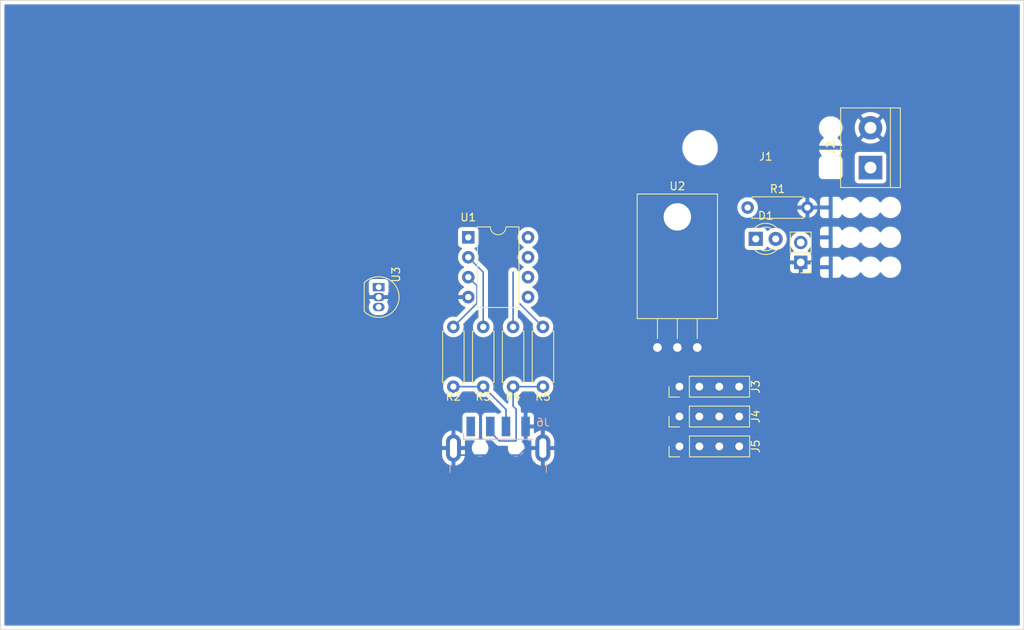
<source format=kicad_pcb>
(kicad_pcb (version 20211014) (generator pcbnew)
  (layers (0 "F.Cu" power) (31 "B.Cu" signal) (34 "B.Paste" user) (35 "F.Paste" user) (36 "B.SilkS" user "B.Silkscreen") (37 "F.SilkS" user "F.Silkscreen") (38 "B.Mask" user) (39 "F.Mask" user) (44 "Edge.Cuts" user))
  (net 0 "")
  (net 3 "Net-(U1-Pad3)")
  (net 4 "Net-(R2-Pad2)")
  (net 5 "Net-(J3-Pad3)")
  (net 6 "/GND")
  (net 7 "/6V")
  (net 8 "Net-(J4-Pad3)")
  (net 9 "Net-(J5-Pad3)")
  (net 10 "Net-(U1-Pad2)")
  (net 11 "Net-(U1-Pad7)")
  (net 12 "Net-(U1-Pad6)")
  (net 13 "Net-(D1-Pad1)")
  (net 14 "/5V")
  (net 15 "Net-(J6-Pad2)")
  (net 16 "Net-(J2-Pad1)")
  (footprint "Package_DIP:DIP-8_W7.62mm" (layer "F.Cu") (at 119.126 109.982)
    (fp_text reference "U1" (at -0.01 -2.55) (layer "F.SilkS"))
    (fp_text value "ATtiny13V-10P")
    (fp_line (start 2.81 -1.33) (end 1.16 -1.33) (layer "F.SilkS") (width 0.12))
    (fp_line (start 1.16 -1.33) (end 1.16 8.95) (layer "F.SilkS") (width 0.12))
    (fp_line (start 6.46 -1.33) (end 4.81 -1.33) (layer "F.SilkS") (width 0.12))
    (fp_line (start 6.46 8.95) (end 6.46 -1.33) (layer "F.SilkS") (width 0.12))
    (fp_line (start 1.16 8.95) (end 6.46 8.95) (layer "F.SilkS") (width 0.12))
    (fp_arc (start 4.81 -1.33) (mid 3.81 -0.33) (end 2.81 -1.33) (layer "F.SilkS") (width 0.12))
    (pad "1" thru_hole rect (at 0 0) (size 1.6 1.6) (drill 0.8) (layers *.Cu *.Mask))
    (pad "2" thru_hole oval (at 0 2.54) (size 1.6 1.6) (drill 0.8) (layers *.Cu *.Mask) (net 10 "Net-(U1-Pad2)"))
    (pad "3" thru_hole oval (at 0 5.08) (size 1.6 1.6) (drill 0.8) (layers *.Cu *.Mask) (net 3 "Net-(U1-Pad3)"))
    (pad "4" thru_hole oval (at 0 7.62) (size 1.6 1.6) (drill 0.8) (layers *.Cu *.Mask) (net 6 "/GND"))
    (pad "5" thru_hole oval (at 7.62 7.62) (size 1.6 1.6) (drill 0.8) (layers *.Cu *.Mask))
    (pad "6" thru_hole oval (at 7.62 5.08) (size 1.6 1.6) (drill 0.8) (layers *.Cu *.Mask) (net 12 "Net-(U1-Pad6)"))
    (pad "7" thru_hole oval (at 7.62 2.54) (size 1.6 1.6) (drill 0.8) (layers *.Cu *.Mask) (net 11 "Net-(U1-Pad7)"))
    (pad "8" thru_hole oval (at 7.62 0) (size 1.6 1.6) (drill 0.8) (layers *.Cu *.Mask) (net 14 "/5V"))
  )
  (footprint "Resistor_THT:R_Axial_DIN0207_L6.3mm_D2.5mm_P7.62mm_Horizontal" (layer "F.Cu") (at 117.221 121.412 -90)
    (fp_text reference "R2" (at 8.89 0) (layer "F.SilkS"))
    (fp_text value "R")
    (fp_line (start 0.54 1.04) (end 0.54 1.37) (layer "F.SilkS") (width 0.12))
    (fp_line (start 0.54 -1.37) (end 7.08 -1.37) (layer "F.SilkS") (width 0.12))
    (fp_line (start 7.08 -1.37) (end 7.08 -1.04) (layer "F.SilkS") (width 0.12))
    (fp_line (start 0.54 -1.04) (end 0.54 -1.37) (layer "F.SilkS") (width 0.12))
    (fp_line (start 0.54 1.37) (end 7.08 1.37) (layer "F.SilkS") (width 0.12))
    (fp_line (start 7.08 1.37) (end 7.08 1.04) (layer "F.SilkS") (width 0.12))
    (pad "1" thru_hole circle (at 0 0 270) (size 1.6 1.6) (drill 0.8) (layers *.Cu *.Mask) (net 3 "Net-(U1-Pad3)"))
    (pad "2" thru_hole oval (at 7.62 0 270) (size 1.6 1.6) (drill 0.8) (layers *.Cu *.Mask) (net 4 "Net-(R2-Pad2)"))
  )
  (footprint "Resistor_THT:R_Axial_DIN0207_L6.3mm_D2.5mm_P7.62mm_Horizontal" (layer "F.Cu") (at 128.651 121.412 -90)
    (fp_text reference "R5" (at 8.89 0) (layer "F.SilkS"))
    (fp_text value "R")
    (fp_line (start 0.54 -1.04) (end 0.54 -1.37) (layer "F.SilkS") (width 0.12))
    (fp_line (start 7.08 -1.37) (end 7.08 -1.04) (layer "F.SilkS") (width 0.12))
    (fp_line (start 7.08 1.37) (end 7.08 1.04) (layer "F.SilkS") (width 0.12))
    (fp_line (start 0.54 -1.37) (end 7.08 -1.37) (layer "F.SilkS") (width 0.12))
    (fp_line (start 0.54 1.04) (end 0.54 1.37) (layer "F.SilkS") (width 0.12))
    (fp_line (start 0.54 1.37) (end 7.08 1.37) (layer "F.SilkS") (width 0.12))
    (pad "1" thru_hole circle (at 0 0 270) (size 1.6 1.6) (drill 0.8) (layers *.Cu *.Mask) (net 12 "Net-(U1-Pad6)"))
    (pad "2" thru_hole oval (at 7.62 0 270) (size 1.6 1.6) (drill 0.8) (layers *.Cu *.Mask) (net 15 "Net-(J6-Pad2)"))
  )
  (footprint "Package_TO_SOT_THT:TO-92_Inline" (layer "F.Cu") (at 107.696 116.332 -90)
    (fp_text reference "U3" (at -1.592905 -2.210674 90) (layer "F.SilkS"))
    (fp_text value "L78L05_TO92")
    (fp_line (start -0.53 1.85) (end 3.07 1.85) (layer "F.SilkS") (width 0.12))
    (fp_arc (start -0.568478 1.838478) (mid -1.132087 -0.994977) (end 1.27 -2.6) (layer "F.SilkS") (width 0.12))
    (fp_arc (start 1.27 -2.6) (mid 3.672087 -0.994977) (end 3.108478 1.838478) (layer "F.SilkS") (width 0.12))
    (pad "1" thru_hole rect (at 0 0 270) (size 1.05 1.5) (drill 0.75) (layers *.Cu *.Mask) (net 14 "/5V"))
    (pad "2" thru_hole oval (at 1.27 0 270) (size 1.05 1.5) (drill 0.75) (layers *.Cu *.Mask) (net 6 "/GND"))
    (pad "3" thru_hole oval (at 2.54 0 270) (size 1.05 1.5) (drill 0.75) (layers *.Cu *.Mask) (net 16 "Net-(J2-Pad1)"))
  )
  (footprint "Connector_PinHeader_2.54mm:PinHeader_1x02_P2.54mm_Vertical" (layer "F.Cu") (at 161.534 113.182 180)
    (fp_text reference "J1" (at 4.46 13.5) (layer "F.SilkS"))
    (fp_text value "Conn_01x02_Male")
    (fp_line (start -1.33 3.87) (end 1.33 3.87) (layer "F.SilkS") (width 0.12))
    (fp_line (start -1.33 1.27) (end -1.33 3.87) (layer "F.SilkS") (width 0.12))
    (fp_line (start 1.33 1.27) (end 1.33 3.87) (layer "F.SilkS") (width 0.12))
    (fp_line (start -1.33 -1.33) (end 0 -1.33) (layer "F.SilkS") (width 0.12))
    (fp_line (start -1.33 0) (end -1.33 -1.33) (layer "F.SilkS") (width 0.12))
    (fp_line (start -1.33 1.27) (end 1.33 1.27) (layer "F.SilkS") (width 0.12))
    (pad "1" thru_hole rect (at 0 0 180) (size 1.7 1.7) (drill 1) (layers *.Cu *.Mask) (net 6 "/GND"))
    (pad "2" thru_hole oval (at 0 2.54 180) (size 1.7 1.7) (drill 1) (layers *.Cu *.Mask) (net 14 "/5V"))
  )
  (footprint "Connector_PinHeader_2.54mm:PinHeader_1x04_P2.54mm_Vertical" (layer "F.Cu") (at 146.07 136.652 90)
    (fp_text reference "J5" (at 0 9.71 90) (layer "F.SilkS"))
    (fp_text value "Conn_01x04_Male")
    (fp_line (start -1.33 8.95) (end 1.33 8.95) (layer "F.SilkS") (width 0.12))
    (fp_line (start -1.33 1.27) (end -1.33 8.95) (layer "F.SilkS") (width 0.12))
    (fp_line (start -1.33 0) (end -1.33 -1.33) (layer "F.SilkS") (width 0.12))
    (fp_line (start -1.33 1.27) (end 1.33 1.27) (layer "F.SilkS") (width 0.12))
    (fp_line (start 1.33 1.27) (end 1.33 8.95) (layer "F.SilkS") (width 0.12))
    (fp_line (start -1.33 -1.33) (end 0 -1.33) (layer "F.SilkS") (width 0.12))
    (pad "1" thru_hole rect (at 0 0 90) (size 1.7 1.7) (drill 1) (layers *.Cu *.Mask) (net 6 "/GND"))
    (pad "2" thru_hole oval (at 0 2.54 90) (size 1.7 1.7) (drill 1) (layers *.Cu *.Mask) (net 7 "/6V"))
    (pad "3" thru_hole oval (at 0 5.08 90) (size 1.7 1.7) (drill 1) (layers *.Cu *.Mask) (net 9 "Net-(J5-Pad3)"))
    (pad "4" thru_hole oval (at 0 7.62 90) (size 1.7 1.7) (drill 1) (layers *.Cu *.Mask) (net 9 "Net-(J5-Pad3)"))
  )
  (footprint "Resistor_THT:R_Axial_DIN0207_L6.3mm_D2.5mm_P7.62mm_Horizontal" (layer "F.Cu") (at 124.841 121.412 -90)
    (fp_text reference "R4" (at 8.89 0) (layer "F.SilkS"))
    (fp_text value "R")
    (fp_line (start 7.08 1.37) (end 7.08 1.04) (layer "F.SilkS") (width 0.12))
    (fp_line (start 0.54 1.04) (end 0.54 1.37) (layer "F.SilkS") (width 0.12))
    (fp_line (start 7.08 -1.37) (end 7.08 -1.04) (layer "F.SilkS") (width 0.12))
    (fp_line (start 0.54 1.37) (end 7.08 1.37) (layer "F.SilkS") (width 0.12))
    (fp_line (start 0.54 -1.04) (end 0.54 -1.37) (layer "F.SilkS") (width 0.12))
    (fp_line (start 0.54 -1.37) (end 7.08 -1.37) (layer "F.SilkS") (width 0.12))
    (pad "1" thru_hole circle (at 0 0 270) (size 1.6 1.6) (drill 0.8) (layers *.Cu *.Mask) (net 11 "Net-(U1-Pad7)"))
    (pad "2" thru_hole oval (at 7.62 0 270) (size 1.6 1.6) (drill 0.8) (layers *.Cu *.Mask) (net 15 "Net-(J6-Pad2)"))
  )
  (footprint "Connector_PinHeader_2.54mm:PinHeader_1x04_P2.54mm_Vertical" (layer "F.Cu") (at 146.06 132.842 90)
    (fp_text reference "J4" (at 0 9.72 90) (layer "F.SilkS"))
    (fp_text value "Conn_01x04_Male")
    (fp_line (start -1.33 1.27) (end 1.33 1.27) (layer "F.SilkS") (width 0.12))
    (fp_line (start -1.33 8.95) (end 1.33 8.95) (layer "F.SilkS") (width 0.12))
    (fp_line (start -1.33 0) (end -1.33 -1.33) (layer "F.SilkS") (width 0.12))
    (fp_line (start -1.33 1.27) (end -1.33 8.95) (layer "F.SilkS") (width 0.12))
    (fp_line (start -1.33 -1.33) (end 0 -1.33) (layer "F.SilkS") (width 0.12))
    (fp_line (start 1.33 1.27) (end 1.33 8.95) (layer "F.SilkS") (width 0.12))
    (pad "1" thru_hole rect (at 0 0 90) (size 1.7 1.7) (drill 1) (layers *.Cu *.Mask) (net 6 "/GND"))
    (pad "2" thru_hole oval (at 0 2.54 90) (size 1.7 1.7) (drill 1) (layers *.Cu *.Mask) (net 7 "/6V"))
    (pad "3" thru_hole oval (at 0 5.08 90) (size 1.7 1.7) (drill 1) (layers *.Cu *.Mask) (net 8 "Net-(J4-Pad3)"))
    (pad "4" thru_hole oval (at 0 7.62 90) (size 1.7 1.7) (drill 1) (layers *.Cu *.Mask) (net 8 "Net-(J4-Pad3)"))
  )
  (footprint "Resistor_THT:R_Axial_DIN0207_L6.3mm_D2.5mm_P7.62mm_Horizontal" (layer "F.Cu") (at 154.764 106.182)
    (fp_text reference "R1" (at 3.81 -2.37) (layer "F.SilkS"))
    (fp_text value "220")
    (fp_line (start 0.54 -1.37) (end 7.08 -1.37) (layer "F.SilkS") (width 0.12))
    (fp_line (start 7.08 1.37) (end 7.08 1.04) (layer "F.SilkS") (width 0.12))
    (fp_line (start 0.54 1.04) (end 0.54 1.37) (layer "F.SilkS") (width 0.12))
    (fp_line (start 0.54 -1.04) (end 0.54 -1.37) (layer "F.SilkS") (width 0.12))
    (fp_line (start 0.54 1.37) (end 7.08 1.37) (layer "F.SilkS") (width 0.12))
    (fp_line (start 7.08 -1.37) (end 7.08 -1.04) (layer "F.SilkS") (width 0.12))
    (pad "1" thru_hole circle (at 0 0) (size 1.6 1.6) (drill 0.8) (layers *.Cu *.Mask) (net 13 "Net-(D1-Pad1)"))
    (pad "2" thru_hole oval (at 7.62 0) (size 1.6 1.6) (drill 0.8) (layers *.Cu *.Mask) (net 6 "/GND"))
  )
  (footprint "Resistor_THT:R_Axial_DIN0207_L6.3mm_D2.5mm_P7.62mm_Horizontal" (layer "F.Cu") (at 121.031 121.412 -90)
    (fp_text reference "R3" (at 8.89 0) (layer "F.SilkS"))
    (fp_text value "R")
    (fp_line (start 0.54 -1.37) (end 7.08 -1.37) (layer "F.SilkS") (width 0.12))
    (fp_line (start 0.54 1.37) (end 7.08 1.37) (layer "F.SilkS") (width 0.12))
    (fp_line (start 7.08 1.37) (end 7.08 1.04) (layer "F.SilkS") (width 0.12))
    (fp_line (start 7.08 -1.37) (end 7.08 -1.04) (layer "F.SilkS") (width 0.12))
    (fp_line (start 0.54 1.04) (end 0.54 1.37) (layer "F.SilkS") (width 0.12))
    (fp_line (start 0.54 -1.04) (end 0.54 -1.37) (layer "F.SilkS") (width 0.12))
    (pad "1" thru_hole circle (at 0 0 270) (size 1.6 1.6) (drill 0.8) (layers *.Cu *.Mask) (net 10 "Net-(U1-Pad2)"))
    (pad "2" thru_hole oval (at 7.62 0 270) (size 1.6 1.6) (drill 0.8) (layers *.Cu *.Mask) (net 4 "Net-(R2-Pad2)"))
  )
  (footprint "LED_THT:LED_D3.0mm" (layer "F.Cu") (at 155.799 110.182)
    (fp_text reference "D1" (at 1.27 -2.96) (layer "F.SilkS"))
    (fp_text value "LED")
    (fp_line (start -0.29 1.08) (end -0.29 1.236) (layer "F.SilkS") (width 0.12))
    (fp_line (start -0.29 -1.236) (end -0.29 -1.08) (layer "F.SilkS") (width 0.12))
    (fp_arc (start 2.31113 1.079837) (mid 1.270117 1.5) (end 0.229039 1.08) (layer "F.SilkS") (width 0.12))
    (fp_arc (start -0.29 -1.235516) (mid 1.366487 -1.987659) (end 2.942335 -1.078608) (layer "F.SilkS") (width 0.12))
    (fp_arc (start 2.942335 1.078608) (mid 1.366487 1.987659) (end -0.29 1.235516) (layer "F.SilkS") (width 0.12))
    (fp_arc (start 0.229039 -1.08) (mid 1.270117 -1.5) (end 2.31113 -1.079837) (layer "F.SilkS") (width 0.12))
    (pad "1" thru_hole rect (at 0 0) (size 1.8 1.8) (drill 0.9) (layers *.Cu *.Mask) (net 13 "Net-(D1-Pad1)"))
    (pad "2" thru_hole circle (at 2.54 0) (size 1.8 1.8) (drill 0.9) (layers *.Cu *.Mask) (net 14 "/5V"))
  )
  (footprint "Connector_PinHeader_2.54mm:PinHeader_1x04_P2.54mm_Vertical" (layer "F.Cu") (at 146.06 129.032 90)
    (fp_text reference "J3" (at -0.01 9.72 90) (layer "F.SilkS"))
    (fp_text value "Conn_01x04_Male")
    (fp_line (start -1.33 1.27) (end -1.33 8.95) (layer "F.SilkS") (width 0.12))
    (fp_line (start -1.33 1.27) (end 1.33 1.27) (layer "F.SilkS") (width 0.12))
    (fp_line (start -1.33 8.95) (end 1.33 8.95) (layer "F.SilkS") (width 0.12))
    (fp_line (start -1.33 0) (end -1.33 -1.33) (layer "F.SilkS") (width 0.12))
    (fp_line (start -1.33 -1.33) (end 0 -1.33) (layer "F.SilkS") (width 0.12))
    (fp_line (start 1.33 1.27) (end 1.33 8.95) (layer "F.SilkS") (width 0.12))
    (pad "1" thru_hole rect (at 0 0 90) (size 1.7 1.7) (drill 1) (layers *.Cu *.Mask) (net 6 "/GND"))
    (pad "2" thru_hole oval (at 0 2.54 90) (size 1.7 1.7) (drill 1) (layers *.Cu *.Mask) (net 7 "/6V"))
    (pad "3" thru_hole oval (at 0 5.08 90) (size 1.7 1.7) (drill 1) (layers *.Cu *.Mask) (net 5 "Net-(J3-Pad3)"))
    (pad "4" thru_hole oval (at 0 7.62 90) (size 1.7 1.7) (drill 1) (layers *.Cu *.Mask) (net 5 "Net-(J3-Pad3)"))
  )
  (footprint "TerminalBlock:TerminalBlock_bornier-2_P5.08mm" (layer "F.Cu") (at 170.434 101.092 90)
    (fp_text reference "J2" (at 2.54 -5.08 90) (layer "F.SilkS"))
    (fp_text value "Screw_Terminal_01x02")
    (fp_line (start 7.62 3.81) (end 7.62 -3.81) (layer "F.SilkS") (width 0.12))
    (fp_line (start -2.54 -3.81) (end -2.54 3.81) (layer "F.SilkS") (width 0.12))
    (fp_line (start 7.62 -3.81) (end -2.54 -3.81) (layer "F.SilkS") (width 0.12))
    (fp_line (start -2.54 3.81) (end 7.62 3.81) (layer "F.SilkS") (width 0.12))
    (fp_line (start 7.62 2.54) (end -2.54 2.54) (layer "F.SilkS") (width 0.12))
    (pad "1" thru_hole rect (at 0 0 90) (size 3 3) (drill 1.52) (layers *.Cu *.Mask) (net 16 "Net-(J2-Pad1)"))
    (pad "2" thru_hole circle (at 5.08 0 90) (size 3 3) (drill 1.52) (layers *.Cu *.Mask) (net 6 "/GND"))
  )
  (footprint "Package_TO_SOT_THT:TO-220-3_Horizontal_TabDown" (layer "F.Cu") (at 143.256 124.038)
    (fp_text reference "U2" (at 2.54 -20.58) (layer "F.SilkS"))
    (fp_text value "L7806CV")
    (fp_line (start 7.66 -19.58) (end 7.66 -3.69) (layer "F.SilkS") (width 0.12))
    (fp_line (start -2.58 -19.58) (end 7.66 -19.58) (layer "F.SilkS") (width 0.12))
    (fp_line (start -2.58 -19.58) (end -2.58 -3.69) (layer "F.SilkS") (width 0.12))
    (fp_line (start -2.58 -3.69) (end 7.66 -3.69) (layer "F.SilkS") (width 0.12))
    (fp_line (start 2.54 -3.69) (end 2.54 -1.15) (layer "F.SilkS") (width 0.12))
    (fp_line (start 0 -3.69) (end 0 -1.15) (layer "F.SilkS") (width 0.12))
    (fp_line (start 5.08 -3.69) (end 5.08 -1.15) (layer "F.SilkS") (width 0.12))
    (pad "" np_thru_hole oval (at 2.54 -16.66) (size 3.5 3.5) (drill 3.5) (layers *.Cu *.Mask))
    (pad "1" thru_hole rect (at 0 0) (size 1.905 2) (drill 1.1) (layers *.Cu *.Mask) (net 16 "Net-(J2-Pad1)"))
    (pad "2" thru_hole oval (at 2.54 0) (size 1.905 2) (drill 1.1) (layers *.Cu *.Mask) (net 6 "/GND"))
    (pad "3" thru_hole oval (at 5.08 0) (size 1.905 2) (drill 1.1) (layers *.Cu *.Mask) (net 7 "/6V"))
  )
  (footprint "Connector_USB:USB_A_CNCTech_1001-011-01101_Horizontal" (layer "B.Cu") (at 122.936 143.764 -90)
    (fp_text reference "J6" (at -10.16 -5.715) (layer "B.SilkS") (effects (justify mirror)))
    (fp_text value "USB_A")
    (fp_line (start -4.85 -6.145) (end -3.8 -6.145) (layer "B.SilkS") (width 0.12))
    (fp_line (start -4.85 6.145) (end -3.8 6.145) (layer "B.SilkS") (width 0.12))
    (fp_line (start -8.02 4.4) (end -8.02 -4.4) (layer "B.SilkS") (width 0.12))
    (fp_line (start -8.02 4.4) (end -8.775 4.4) (layer "B.SilkS") (width 0.12))
    (pad "" np_thru_hole circle (at -6.9 2.3 270) (size 1.1 1.1) (drill 1.1) (layers *.Cu *.Mask))
    (pad "" np_thru_hole circle (at -6.9 -2.3 270) (size 1.1 1.1) (drill 1.1) (layers *.Cu *.Mask))
    (pad "1" smd rect (at -9.65 3.5 270) (size 2.5 1.1) (layers "B.Cu" "B.Paste" "B.Mask") (net 16 "Net-(J2-Pad1)"))
    (pad "2" smd rect (at -9.65 1 270) (size 2.5 1.1) (layers "B.Cu" "B.Paste" "B.Mask") (net 15 "Net-(J6-Pad2)"))
    (pad "3" smd rect (at -9.65 -1 270) (size 2.5 1.1) (layers "B.Cu" "B.Paste" "B.Mask") (net 4 "Net-(R2-Pad2)"))
    (pad "4" smd rect (at -9.65 -3.5 270) (size 2.5 1.1) (layers "B.Cu" "B.Paste" "B.Mask") (net 6 "/GND"))
    (pad "5" thru_hole oval (at -6.9 5.7 270) (size 3.5 1.9) (drill oval 2.5 0.9) (layers *.Cu *.Mask) (net 6 "/GND"))
    (pad "5" thru_hole oval (at -6.9 -5.7 270) (size 3.5 1.9) (drill oval 2.5 0.9) (layers *.Cu *.Mask) (net 6 "/GND"))
  )
  (gr_rect (start 59.436 79.756) (end 189.992 160.02) (layer "Edge.Cuts") (width 0.1) (fill none))
  (segment (start 119.126 115.062) (end 120.225511 116.161511) (width 0.2) (layer "B.Cu") (net 3))
  (segment (start 120.225511 116.161511) (end 120.225511 118.407489) (width 0.2) (layer "B.Cu") (net 3))
  (segment (start 120.225511 118.407489) (end 117.221 121.412) (width 0.2) (layer "B.Cu") (net 3))
  (segment (start 123.936 131.937) (end 123.936 134.114) (width 0.2) (layer "B.Cu") (net 4))
  (segment (start 117.221 129.032) (end 121.031 129.032) (width 0.2) (layer "B.Cu") (net 4))
  (segment (start 121.031 129.032) (end 123.936 131.937) (width 0.2) (layer "B.Cu") (net 4))
  (segment (start 128.636 136.864) (end 126.508116 136.864) (width 0.2) (layer "B.Cu") (net 6))
  (segment (start 126.436 136.936116) (end 125.608595 137.763521) (width 0.2) (layer "B.Cu") (net 6))
  (segment (start 118.135521 137.763521) (end 117.236 136.864) (width 0.2) (layer "B.Cu") (net 6))
  (segment (start 126.436 134.114) (end 126.436 136.936116) (width 0.2) (layer "B.Cu") (net 6))
  (segment (start 125.608595 137.763521) (end 118.135521 137.763521) (width 0.2) (layer "B.Cu") (net 6))
  (segment (start 121.031 114.427) (end 121.031 121.412) (width 0.2) (layer "B.Cu") (net 10))
  (segment (start 119.126 112.522) (end 121.031 114.427) (width 0.2) (layer "B.Cu") (net 10))
  (segment (start 124.841 114.427) (end 124.841 121.412) (width 0.2) (layer "B.Cu") (net 11))
  (segment (start 128.651 121.412) (end 125.646489 118.407489) (width 0.2) (layer "B.Cu") (net 12))
  (segment (start 125.226795 131.906827) (end 124.841 131.521032) (width 0.2) (layer "B.Cu") (net 15))
  (segment (start 125.226795 135.885205) (end 125.147521 135.964479) (width 0.2) (layer "B.Cu") (net 15))
  (segment (start 124.841 129.032) (end 128.651 129.032) (width 0.2) (layer "B.Cu") (net 15))
  (segment (start 124.841 131.521032) (end 124.841 129.032) (width 0.2) (layer "B.Cu") (net 15))
  (segment (start 123.086479 135.964479) (end 121.936 134.814) (width 0.2) (layer "B.Cu") (net 15))
  (segment (start 121.936 134.814) (end 121.936 134.114) (width 0.2) (layer "B.Cu") (net 15))
  (segment (start 125.147521 135.964479) (end 123.086479 135.964479) (width 0.2) (layer "B.Cu") (net 15))
  (segment (start 125.226795 131.906827) (end 125.226795 135.885205) (width 0.2) (layer "B.Cu") (net 15))
  (zone (net 6) (net_name "/GND") (layer "B.Cu") (connect_pads (clearance 0.508)) (min_thickness 0.254) (fill yes (thermal_gap 0.508) (thermal_bridge_width 0.508))
    (polygon (pts (xy 189.992 160.02) (xy 59.436 160.02) (xy 59.436 79.756) (xy 189.992 79.756)))
  )
)
</source>
